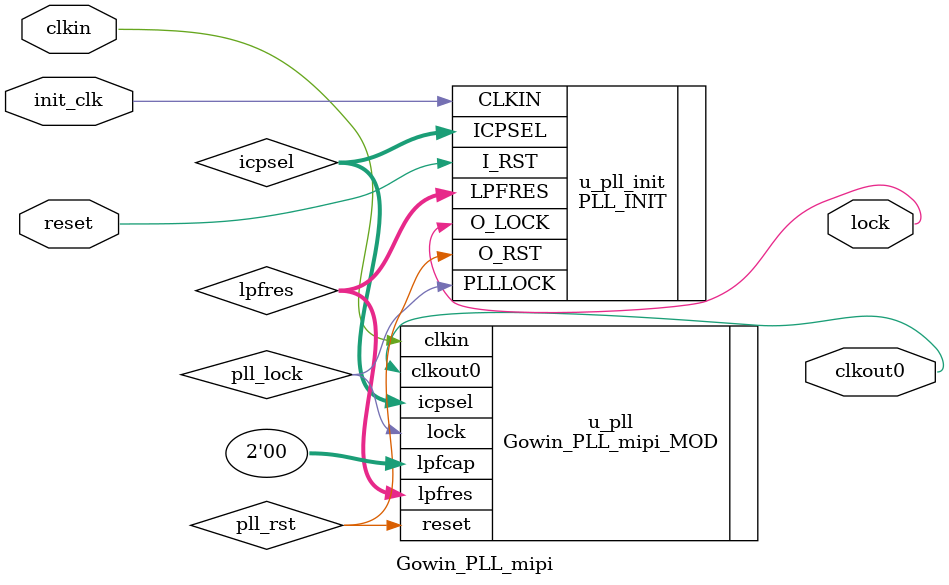
<source format=v>
module Gowin_PLL_mipi(
    clkin,
    clkout0,
    init_clk,
    lock,
    reset
);


input clkin;
input init_clk;
output clkout0;
output lock;
input reset;
wire [5:0] icpsel;
wire [2:0] lpfres;
wire pll_lock;
wire pll_rst;


    Gowin_PLL_mipi_MOD u_pll(
        .clkout0(clkout0),
        .lock(pll_lock),
        .clkin(clkin),
        .reset(pll_rst),
        .icpsel(icpsel),
        .lpfres(lpfres),
        .lpfcap(2'b00)
    );


    PLL_INIT u_pll_init(
        .CLKIN(init_clk),
        .I_RST(reset),
        .O_RST(pll_rst),
        .PLLLOCK(pll_lock),
        .O_LOCK(lock),
        .ICPSEL(icpsel),
        .LPFRES(lpfres)
    );
    defparam u_pll_init.CLK_PERIOD = 20;
    defparam u_pll_init.MULTI_FAC = 51;


endmodule

</source>
